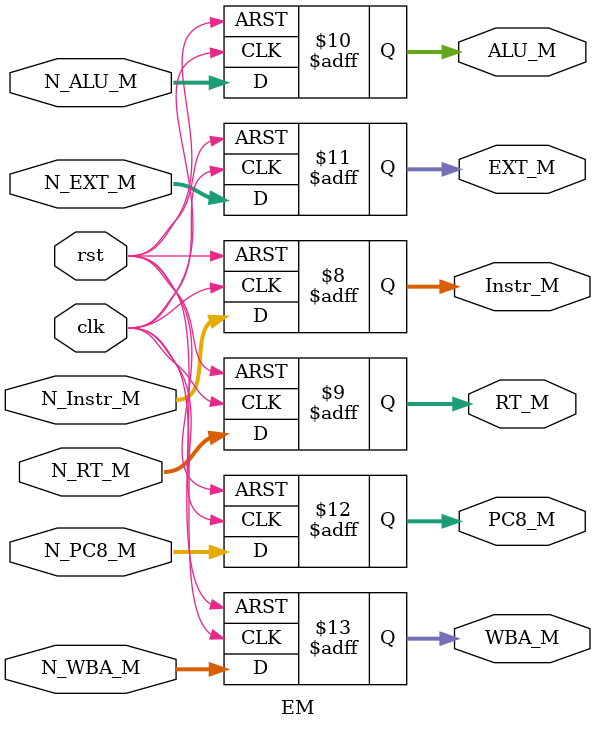
<source format=v>
module EM(
	input clk,
	input rst,
	input [31:0] N_Instr_M,
	input [31:0] N_RT_M,
	input [31:0] N_ALU_M,
	input [31:0] N_EXT_M,
	input [31:0] N_PC8_M,
	input [4:0] N_WBA_M,
	output reg [31:0] Instr_M = 0,
	output reg [31:0] RT_M = 0,
	output reg [31:0] ALU_M = 0,
	output reg [31:0] EXT_M = 0,
	output reg [31:0] PC8_M = 0,
	output reg [4:0] WBA_M = 0
);  

always @(posedge clk,posedge rst) begin
	if (rst) begin
		Instr_M = 0;
		RT_M = 0;
		ALU_M = 0;
		EXT_M = 0;
		PC8_M = 0;
		WBA_M = 0;
	end
	else begin
		Instr_M = N_Instr_M;
		RT_M = N_RT_M;
		ALU_M = N_ALU_M;
		EXT_M = N_EXT_M;
		PC8_M = N_PC8_M;
		WBA_M = N_WBA_M;
	end
end
endmodule
</source>
